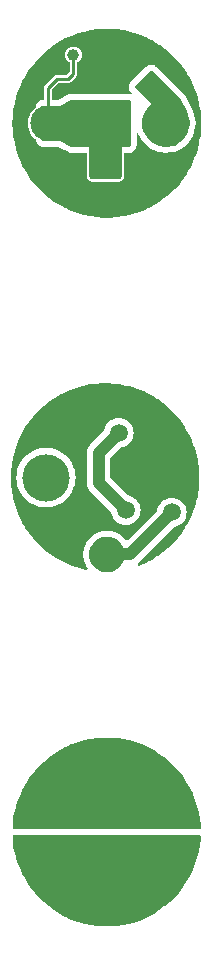
<source format=gbr>
%TF.GenerationSoftware,KiCad,Pcbnew,7.0.9*%
%TF.CreationDate,2024-07-30T16:44:57+08:00*%
%TF.ProjectId,LED,4c45442e-6b69-4636-9164-5f7063625858,rev?*%
%TF.SameCoordinates,Original*%
%TF.FileFunction,Copper,L2,Bot*%
%TF.FilePolarity,Positive*%
%FSLAX46Y46*%
G04 Gerber Fmt 4.6, Leading zero omitted, Abs format (unit mm)*
G04 Created by KiCad (PCBNEW 7.0.9) date 2024-07-30 16:44:57*
%MOMM*%
%LPD*%
G01*
G04 APERTURE LIST*
G04 Aperture macros list*
%AMRoundRect*
0 Rectangle with rounded corners*
0 $1 Rounding radius*
0 $2 $3 $4 $5 $6 $7 $8 $9 X,Y pos of 4 corners*
0 Add a 4 corners polygon primitive as box body*
4,1,4,$2,$3,$4,$5,$6,$7,$8,$9,$2,$3,0*
0 Add four circle primitives for the rounded corners*
1,1,$1+$1,$2,$3*
1,1,$1+$1,$4,$5*
1,1,$1+$1,$6,$7*
1,1,$1+$1,$8,$9*
0 Add four rect primitives between the rounded corners*
20,1,$1+$1,$2,$3,$4,$5,0*
20,1,$1+$1,$4,$5,$6,$7,0*
20,1,$1+$1,$6,$7,$8,$9,0*
20,1,$1+$1,$8,$9,$2,$3,0*%
G04 Aperture macros list end*
%TA.AperFunction,ComponentPad*%
%ADD10C,3.000000*%
%TD*%
%TA.AperFunction,ComponentPad*%
%ADD11C,4.000000*%
%TD*%
%TA.AperFunction,SMDPad,CuDef*%
%ADD12RoundRect,0.225000X-0.250000X0.225000X-0.250000X-0.225000X0.250000X-0.225000X0.250000X0.225000X0*%
%TD*%
%TA.AperFunction,SMDPad,CuDef*%
%ADD13RoundRect,0.250000X0.689429X0.229810X0.229810X0.689429X-0.689429X-0.229810X-0.229810X-0.689429X0*%
%TD*%
%TA.AperFunction,ViaPad*%
%ADD14C,0.800000*%
%TD*%
%TA.AperFunction,ViaPad*%
%ADD15C,1.000000*%
%TD*%
%TA.AperFunction,ViaPad*%
%ADD16C,1.500000*%
%TD*%
%TA.AperFunction,Conductor*%
%ADD17C,1.000000*%
%TD*%
%TA.AperFunction,Conductor*%
%ADD18C,0.250000*%
%TD*%
G04 APERTURE END LIST*
D10*
%TO.P,REF\u002A\u002A,2*%
%TO.N,Net-(LM3401-FB)*%
X114836200Y-120000000D03*
%TD*%
%TO.P,REF\u002A\u002A,1*%
%TO.N,+BATT*%
X105000000Y-90000000D03*
%TD*%
D11*
%TO.P,REF\u002A\u002A,2*%
%TO.N,Net-(LM3401-FB)*%
X115000000Y-90000000D03*
%TD*%
%TO.P,REF\u002A\u002A,1*%
%TO.N,+BATT*%
X104836228Y-119995127D03*
%TD*%
D12*
%TO.P,C1,1*%
%TO.N,+BATT*%
X109825384Y-94272475D03*
%TO.P,C1,2*%
%TO.N,-BATT*%
X109825384Y-95822475D03*
%TD*%
D13*
%TO.P,C2,1*%
%TO.N,Net-(LM3401-FB)*%
X113585966Y-86767983D03*
%TO.P,C2,2*%
%TO.N,-BATT*%
X111500000Y-84682017D03*
%TD*%
D14*
%TO.N,Net-(LM3401-FB)*%
X110000000Y-154250000D03*
X113750000Y-151500000D03*
X106000000Y-154250000D03*
X106000000Y-151500000D03*
X113750000Y-154250000D03*
D15*
%TO.N,-BATT*%
X113750000Y-95000000D03*
X104750000Y-93250000D03*
X115000000Y-93250000D03*
X105000000Y-85500000D03*
X106250000Y-95000000D03*
D14*
%TO.N,Net-(D1-K)*%
X113750000Y-145750000D03*
D16*
X115500000Y-122950000D03*
D14*
X110000000Y-145750000D03*
X113750000Y-148750000D03*
X106000000Y-145750000D03*
X106000000Y-148750000D03*
%TO.N,+BATT*%
X109867609Y-89024278D03*
D15*
X107163688Y-84209078D03*
D16*
%TO.N,Net-(D1-A)*%
X111000000Y-116200000D03*
X111600000Y-122750000D03*
%TD*%
D17*
%TO.N,Net-(D1-K)*%
X115500000Y-122950000D02*
X111950000Y-126500000D01*
X111950000Y-126500000D02*
X110100000Y-126500000D01*
D18*
%TO.N,+BATT*%
X106724777Y-86250000D02*
X105750000Y-86250000D01*
X107163688Y-84209078D02*
X107163688Y-85811089D01*
X107163688Y-85811089D02*
X106724777Y-86250000D01*
X104500000Y-89500000D02*
X105000000Y-90000000D01*
X105000000Y-87000000D02*
X105000000Y-90000000D01*
X105750000Y-86250000D02*
X105000000Y-87000000D01*
D17*
%TO.N,Net-(D1-A)*%
X111600000Y-122750000D02*
X109300000Y-120450000D01*
X109300000Y-120450000D02*
X109300000Y-117900000D01*
X109300000Y-117900000D02*
X111000000Y-116200000D01*
%TD*%
%TA.AperFunction,Conductor*%
%TO.N,-BATT*%
G36*
X110253140Y-82005713D02*
G01*
X110293837Y-82006430D01*
X110295091Y-82006485D01*
X110787192Y-82040896D01*
X110811996Y-82043090D01*
X110853037Y-82046722D01*
X110854188Y-82046853D01*
X111337211Y-82114737D01*
X111407970Y-82126073D01*
X111409185Y-82126299D01*
X111881311Y-82226653D01*
X111955977Y-82244092D01*
X111957131Y-82244392D01*
X112416765Y-82376190D01*
X112483826Y-82396937D01*
X112494299Y-82400177D01*
X112495413Y-82400551D01*
X112940916Y-82562702D01*
X113020366Y-82593576D01*
X113021443Y-82594025D01*
X113451141Y-82785338D01*
X113531587Y-82823332D01*
X113532559Y-82823819D01*
X113944912Y-83043072D01*
X114025403Y-83088289D01*
X114026331Y-83088839D01*
X114356710Y-83295283D01*
X114419750Y-83334675D01*
X114499451Y-83387170D01*
X114500301Y-83387758D01*
X114873387Y-83658821D01*
X114921729Y-83695802D01*
X114951318Y-83718438D01*
X114952180Y-83719129D01*
X115183928Y-83913588D01*
X115303518Y-84013936D01*
X115379295Y-84080886D01*
X115707985Y-84398297D01*
X115780402Y-84472004D01*
X116084803Y-84810076D01*
X116153113Y-84890199D01*
X116331883Y-85119015D01*
X116432120Y-85247312D01*
X116495616Y-85333424D01*
X116748141Y-85707806D01*
X116806230Y-85799483D01*
X117031330Y-86189367D01*
X117083449Y-86286104D01*
X117220890Y-86567900D01*
X117280261Y-86689627D01*
X117325914Y-86790881D01*
X117493724Y-87206224D01*
X117532439Y-87311308D01*
X117670618Y-87736581D01*
X117702032Y-87844850D01*
X117810045Y-88278067D01*
X117833875Y-88388894D01*
X117911325Y-88828136D01*
X117927329Y-88940733D01*
X117973916Y-89383966D01*
X117981960Y-89497724D01*
X117999470Y-89999144D01*
X117999470Y-90000855D01*
X117981960Y-90502273D01*
X117973915Y-90616035D01*
X117927330Y-91059263D01*
X117911324Y-91171867D01*
X117833876Y-91611100D01*
X117810044Y-91721938D01*
X117702034Y-92155141D01*
X117670615Y-92263427D01*
X117532441Y-92688683D01*
X117493719Y-92793786D01*
X117325918Y-93209109D01*
X117280255Y-93310384D01*
X117083454Y-93713884D01*
X117031322Y-93810646D01*
X116806237Y-94200504D01*
X116748130Y-94292209D01*
X116495624Y-94666564D01*
X116432107Y-94752704D01*
X116153123Y-95109787D01*
X116084787Y-95189941D01*
X115780413Y-95527983D01*
X115707966Y-95601720D01*
X115379307Y-95919101D01*
X115303486Y-95986090D01*
X114952194Y-96280857D01*
X114951332Y-96281548D01*
X114873355Y-96341203D01*
X114500356Y-96612201D01*
X114499431Y-96612841D01*
X114419721Y-96665343D01*
X114026383Y-96911127D01*
X114025400Y-96911710D01*
X113944879Y-96956945D01*
X113532623Y-97176144D01*
X113531584Y-97176666D01*
X113451081Y-97214688D01*
X113021461Y-97405965D01*
X113020371Y-97406420D01*
X112940868Y-97437315D01*
X112495456Y-97599431D01*
X112494317Y-97599814D01*
X112416716Y-97623823D01*
X111957160Y-97755598D01*
X111955979Y-97755905D01*
X111881236Y-97773362D01*
X111409208Y-97873694D01*
X111407989Y-97873921D01*
X111337156Y-97885270D01*
X110854274Y-97953134D01*
X110853024Y-97953277D01*
X110787119Y-97959108D01*
X110295116Y-97993511D01*
X110293839Y-97993567D01*
X110233830Y-97994627D01*
X109734500Y-97994627D01*
X109733228Y-97994593D01*
X109691949Y-97992405D01*
X109679981Y-97991771D01*
X109175135Y-97956468D01*
X109173825Y-97956341D01*
X109128443Y-97950705D01*
X108619810Y-97879222D01*
X108618498Y-97879000D01*
X108581869Y-97871799D01*
X108071224Y-97763257D01*
X108069907Y-97762939D01*
X108042986Y-97755641D01*
X107532080Y-97609141D01*
X107530769Y-97608725D01*
X107514451Y-97603038D01*
X107005014Y-97417617D01*
X107003723Y-97417105D01*
X106998960Y-97415059D01*
X106494023Y-97190247D01*
X106492502Y-97189505D01*
X106197369Y-97032580D01*
X106001007Y-96928172D01*
X105999525Y-96927317D01*
X105527464Y-96632341D01*
X105526064Y-96631398D01*
X105075710Y-96304196D01*
X105074363Y-96303144D01*
X104647944Y-95945336D01*
X104646685Y-95944203D01*
X104246237Y-95557496D01*
X104245075Y-95556292D01*
X103872601Y-95142617D01*
X103871504Y-95141309D01*
X103579995Y-94768194D01*
X103528789Y-94702654D01*
X103527811Y-94701309D01*
X103216508Y-94239785D01*
X103215629Y-94238380D01*
X102937290Y-93756281D01*
X102936487Y-93754771D01*
X102692468Y-93254459D01*
X102691778Y-93252911D01*
X102483251Y-92736786D01*
X102482666Y-92735178D01*
X102310648Y-92205763D01*
X102310184Y-92204147D01*
X102175516Y-91664027D01*
X102175162Y-91662360D01*
X102078500Y-91114157D01*
X102078262Y-91112464D01*
X102045914Y-90804702D01*
X102020073Y-90558844D01*
X102019956Y-90557176D01*
X102000529Y-90000830D01*
X102000529Y-90000000D01*
X103294732Y-90000000D01*
X103313777Y-90254151D01*
X103313778Y-90254160D01*
X103370492Y-90502638D01*
X103463608Y-90739891D01*
X103591037Y-90960607D01*
X103591040Y-90960611D01*
X103749945Y-91159872D01*
X103749950Y-91159877D01*
X103936783Y-91333232D01*
X103975405Y-91359563D01*
X103995948Y-91390939D01*
X103996521Y-91394810D01*
X104006051Y-91483444D01*
X104006054Y-91483465D01*
X104017257Y-91534960D01*
X104017263Y-91534980D01*
X104051387Y-91637503D01*
X104051389Y-91637507D01*
X104129176Y-91758545D01*
X104174929Y-91811347D01*
X104249542Y-91876000D01*
X104283664Y-91905567D01*
X104414541Y-91965338D01*
X104444084Y-91974012D01*
X104481568Y-91985020D01*
X104481572Y-91985020D01*
X104481580Y-91985023D01*
X104481584Y-91985024D01*
X104624000Y-92005500D01*
X105869101Y-92005500D01*
X105891014Y-92010673D01*
X106747752Y-92439042D01*
X106857677Y-92478886D01*
X106857680Y-92478886D01*
X106857681Y-92478887D01*
X106913117Y-92491974D01*
X106913125Y-92491975D01*
X106913131Y-92491977D01*
X106913133Y-92491977D01*
X106913137Y-92491978D01*
X106962325Y-92497705D01*
X107029272Y-92505500D01*
X108245500Y-92505500D01*
X108280148Y-92519852D01*
X108294500Y-92554500D01*
X108294500Y-94450227D01*
X108294993Y-94460279D01*
X108294993Y-94460280D01*
X108294996Y-94460313D01*
X108296923Y-94479879D01*
X108296924Y-94479883D01*
X108296924Y-94479885D01*
X108298403Y-94489861D01*
X108319381Y-94595333D01*
X108331084Y-94633908D01*
X108338397Y-94651559D01*
X108357381Y-94687074D01*
X108411583Y-94768194D01*
X108437143Y-94799337D01*
X108437149Y-94799344D01*
X108450654Y-94812849D01*
X108450661Y-94812855D01*
X108481804Y-94838415D01*
X108522362Y-94865514D01*
X108562922Y-94892616D01*
X108598453Y-94911607D01*
X108611828Y-94917146D01*
X108616113Y-94918922D01*
X108616115Y-94918922D01*
X108616116Y-94918923D01*
X108654663Y-94930616D01*
X108654671Y-94930617D01*
X108654677Y-94930619D01*
X108708063Y-94941238D01*
X108760109Y-94951591D01*
X108760110Y-94951592D01*
X108770087Y-94953073D01*
X108770086Y-94953072D01*
X108770092Y-94953073D01*
X108789691Y-94955004D01*
X108799775Y-94955500D01*
X108799783Y-94955500D01*
X110950218Y-94955500D01*
X110950226Y-94955500D01*
X110960311Y-94955004D01*
X110960317Y-94955003D01*
X110960325Y-94955003D01*
X110973219Y-94953731D01*
X110979908Y-94953072D01*
X110983541Y-94952533D01*
X110989876Y-94951594D01*
X111095321Y-94930619D01*
X111095321Y-94930618D01*
X111095336Y-94930616D01*
X111133883Y-94918923D01*
X111151546Y-94911607D01*
X111187077Y-94892616D01*
X111268197Y-94838413D01*
X111299337Y-94812856D01*
X111312856Y-94799337D01*
X111338413Y-94768197D01*
X111392616Y-94687077D01*
X111411607Y-94651546D01*
X111418923Y-94633883D01*
X111430616Y-94595336D01*
X111451593Y-94489882D01*
X111452082Y-94486582D01*
X111453073Y-94479911D01*
X111453072Y-94479911D01*
X111453073Y-94479906D01*
X111455004Y-94460305D01*
X111455500Y-94450223D01*
X111455500Y-92554500D01*
X111469852Y-92519852D01*
X111504500Y-92505500D01*
X111876006Y-92505500D01*
X111936256Y-92499021D01*
X111983456Y-92493947D01*
X112034967Y-92482741D01*
X112137504Y-92448613D01*
X112258543Y-92370825D01*
X112311347Y-92325070D01*
X112405567Y-92216336D01*
X112465338Y-92085459D01*
X112484829Y-92019081D01*
X112485020Y-92018431D01*
X112485020Y-92018428D01*
X112485023Y-92018420D01*
X112485024Y-92018416D01*
X112505500Y-91876000D01*
X112505500Y-90804260D01*
X112519852Y-90769612D01*
X112554500Y-90755260D01*
X112589148Y-90769612D01*
X112602036Y-90792374D01*
X112605118Y-90804702D01*
X112605121Y-90804710D01*
X112605121Y-90804711D01*
X112628504Y-90875547D01*
X112628504Y-90875548D01*
X112642473Y-90909272D01*
X112676031Y-90975901D01*
X112966648Y-91460262D01*
X112984179Y-91485797D01*
X113021881Y-91534084D01*
X113021885Y-91534089D01*
X113042402Y-91557287D01*
X113524560Y-92039444D01*
X113603729Y-92104014D01*
X113645358Y-92131464D01*
X113735893Y-92178797D01*
X113735899Y-92178799D01*
X113735904Y-92178802D01*
X114212446Y-92369419D01*
X114212451Y-92369421D01*
X114229350Y-92375146D01*
X114238231Y-92378155D01*
X114238230Y-92378155D01*
X114269885Y-92387012D01*
X114290115Y-92392673D01*
X114290121Y-92392674D01*
X114290127Y-92392676D01*
X114301425Y-92395190D01*
X114316689Y-92398587D01*
X114316691Y-92398587D01*
X114316692Y-92398588D01*
X114616827Y-92448610D01*
X114897969Y-92495467D01*
X114897971Y-92495467D01*
X114897971Y-92495468D01*
X114975194Y-92502311D01*
X114975195Y-92502311D01*
X115013107Y-92502752D01*
X115013108Y-92502751D01*
X115013116Y-92502752D01*
X115062851Y-92499507D01*
X115090488Y-92497705D01*
X115282593Y-92470260D01*
X115743645Y-92404396D01*
X115852576Y-92376183D01*
X115903822Y-92356603D01*
X116003802Y-92304999D01*
X116252952Y-92138898D01*
X116255560Y-92137384D01*
X116408069Y-92061131D01*
X116408069Y-92061130D01*
X116408075Y-92061128D01*
X116408074Y-92061128D01*
X116477574Y-92019081D01*
X116509801Y-91995853D01*
X116509804Y-91995851D01*
X116571671Y-91943213D01*
X116957580Y-91557305D01*
X116957582Y-91557303D01*
X116957582Y-91557304D01*
X116974323Y-91538822D01*
X116974324Y-91538821D01*
X116977489Y-91534960D01*
X117005641Y-91500622D01*
X117020491Y-91480567D01*
X117220724Y-91180216D01*
X117237486Y-91151041D01*
X117237487Y-91151041D01*
X117266739Y-91091233D01*
X117279489Y-91060064D01*
X117279489Y-91060063D01*
X117380820Y-90756067D01*
X117385320Y-90741025D01*
X117391335Y-90718381D01*
X117394899Y-90703058D01*
X117495723Y-90198941D01*
X117497207Y-90188986D01*
X117499403Y-90174266D01*
X117504269Y-90125117D01*
X117505500Y-90100197D01*
X117505500Y-89799783D01*
X117503605Y-89768876D01*
X117496119Y-89708064D01*
X117490461Y-89677612D01*
X117389518Y-89273846D01*
X117385633Y-89259994D01*
X117379259Y-89239526D01*
X117374596Y-89225928D01*
X117222128Y-88819346D01*
X117217149Y-88807057D01*
X117209250Y-88788945D01*
X117203638Y-88776944D01*
X116711132Y-87791932D01*
X116711129Y-87791926D01*
X116711129Y-87791927D01*
X116669080Y-87722424D01*
X116645853Y-87690199D01*
X116645851Y-87690196D01*
X116593213Y-87628329D01*
X114170123Y-85205239D01*
X114170122Y-85205238D01*
X114170119Y-85205235D01*
X114085985Y-85137434D01*
X114085972Y-85137425D01*
X114041632Y-85108928D01*
X113944982Y-85060549D01*
X113804393Y-85029968D01*
X113804395Y-85029968D01*
X113734703Y-85024984D01*
X113734699Y-85024984D01*
X113591192Y-85035247D01*
X113456377Y-85085531D01*
X113395065Y-85119010D01*
X113279872Y-85205242D01*
X112030235Y-86454880D01*
X111962434Y-86539014D01*
X111962425Y-86539027D01*
X111933928Y-86583367D01*
X111885549Y-86680017D01*
X111854968Y-86820605D01*
X111849984Y-86890297D01*
X111849984Y-86890300D01*
X111860247Y-87033807D01*
X111910531Y-87168622D01*
X111944010Y-87229934D01*
X111944012Y-87229937D01*
X111944015Y-87229942D01*
X112030239Y-87345123D01*
X112030242Y-87345127D01*
X112140636Y-87455521D01*
X112154988Y-87490169D01*
X112140636Y-87524817D01*
X112105988Y-87539169D01*
X112087177Y-87535076D01*
X112087104Y-87535275D01*
X112085724Y-87534760D01*
X112085634Y-87534741D01*
X112085465Y-87534664D01*
X112085466Y-87534664D01*
X112018431Y-87514979D01*
X112018419Y-87514976D01*
X112018416Y-87514976D01*
X112018410Y-87514975D01*
X112018404Y-87514974D01*
X111876004Y-87494500D01*
X111876000Y-87494500D01*
X107029272Y-87494500D01*
X107010202Y-87496720D01*
X106913147Y-87508019D01*
X106913122Y-87508024D01*
X106857690Y-87521109D01*
X106857687Y-87521110D01*
X106747755Y-87560955D01*
X106747750Y-87560957D01*
X105891012Y-87989327D01*
X105869099Y-87994500D01*
X105374500Y-87994500D01*
X105339852Y-87980148D01*
X105325500Y-87945500D01*
X105325500Y-87155122D01*
X105339852Y-87120474D01*
X105870475Y-86589852D01*
X105905123Y-86575500D01*
X106709487Y-86575500D01*
X106711623Y-86575593D01*
X106719677Y-86576297D01*
X106753584Y-86579264D01*
X106794272Y-86568361D01*
X106796351Y-86567900D01*
X106837822Y-86560588D01*
X106844831Y-86556540D01*
X106856648Y-86551646D01*
X106864461Y-86549554D01*
X106898967Y-86525391D01*
X106900742Y-86524260D01*
X106937232Y-86503194D01*
X106964309Y-86470923D01*
X106965742Y-86469359D01*
X107383050Y-86052051D01*
X107384600Y-86050630D01*
X107416882Y-86023544D01*
X107437948Y-85987054D01*
X107439079Y-85985279D01*
X107463242Y-85950773D01*
X107465334Y-85942960D01*
X107470228Y-85931143D01*
X107474276Y-85924134D01*
X107481588Y-85882662D01*
X107482051Y-85880575D01*
X107492951Y-85839898D01*
X107492952Y-85839896D01*
X107489281Y-85797935D01*
X107489188Y-85795799D01*
X107489188Y-84858981D01*
X107503540Y-84824333D01*
X107515417Y-84815594D01*
X107564538Y-84789813D01*
X107564537Y-84789813D01*
X107564540Y-84789812D01*
X107691871Y-84677007D01*
X107788506Y-84537008D01*
X107848828Y-84377950D01*
X107869333Y-84209078D01*
X107848828Y-84040206D01*
X107788506Y-83881148D01*
X107691871Y-83741149D01*
X107564540Y-83628344D01*
X107564532Y-83628340D01*
X107564531Y-83628339D01*
X107413912Y-83549287D01*
X107248744Y-83508578D01*
X107078632Y-83508578D01*
X106913463Y-83549287D01*
X106762844Y-83628339D01*
X106762839Y-83628342D01*
X106762836Y-83628344D01*
X106762834Y-83628346D01*
X106635504Y-83741149D01*
X106538870Y-83881146D01*
X106538869Y-83881148D01*
X106488514Y-84013928D01*
X106478548Y-84040206D01*
X106458043Y-84209078D01*
X106478548Y-84377950D01*
X106478549Y-84377952D01*
X106538869Y-84537007D01*
X106538870Y-84537009D01*
X106635504Y-84677006D01*
X106762837Y-84789813D01*
X106811959Y-84815594D01*
X106835969Y-84844403D01*
X106838188Y-84858981D01*
X106838188Y-85655967D01*
X106823836Y-85690615D01*
X106604303Y-85910148D01*
X106569655Y-85924500D01*
X105765282Y-85924500D01*
X105763146Y-85924407D01*
X105734893Y-85921935D01*
X105721193Y-85920737D01*
X105721192Y-85920737D01*
X105721191Y-85920737D01*
X105680505Y-85931638D01*
X105678430Y-85932098D01*
X105636955Y-85939412D01*
X105636950Y-85939414D01*
X105629945Y-85943458D01*
X105618132Y-85948351D01*
X105610317Y-85950444D01*
X105610317Y-85950445D01*
X105575823Y-85974597D01*
X105574020Y-85975745D01*
X105537545Y-85996805D01*
X105510472Y-86029068D01*
X105509028Y-86030644D01*
X104780648Y-86759025D01*
X104779072Y-86760469D01*
X104746806Y-86787544D01*
X104725743Y-86824024D01*
X104724595Y-86825826D01*
X104700445Y-86860317D01*
X104700444Y-86860317D01*
X104698351Y-86868132D01*
X104693458Y-86879945D01*
X104689414Y-86886950D01*
X104689410Y-86886960D01*
X104682102Y-86928410D01*
X104681639Y-86930497D01*
X104670736Y-86971191D01*
X104670736Y-86971192D01*
X104674407Y-87013152D01*
X104674500Y-87015288D01*
X104674500Y-87945500D01*
X104660148Y-87980148D01*
X104625500Y-87994500D01*
X104623994Y-87994500D01*
X104516557Y-88006051D01*
X104516534Y-88006054D01*
X104465039Y-88017257D01*
X104465019Y-88017263D01*
X104362496Y-88051387D01*
X104362492Y-88051389D01*
X104241454Y-88129176D01*
X104188652Y-88174929D01*
X104094433Y-88283663D01*
X104094431Y-88283666D01*
X104034662Y-88414539D01*
X104014979Y-88481568D01*
X104014974Y-88481595D01*
X103997026Y-88606429D01*
X103977890Y-88638682D01*
X103976128Y-88639941D01*
X103936792Y-88666760D01*
X103936781Y-88666769D01*
X103749950Y-88840122D01*
X103749945Y-88840127D01*
X103591040Y-89039388D01*
X103591037Y-89039392D01*
X103463608Y-89260108D01*
X103370492Y-89497361D01*
X103313778Y-89745839D01*
X103313777Y-89745848D01*
X103294732Y-90000000D01*
X102000529Y-90000000D01*
X102000529Y-89999169D01*
X102019956Y-89442821D01*
X102020072Y-89441157D01*
X102078262Y-88887535D01*
X102078500Y-88885842D01*
X102175162Y-88337639D01*
X102175518Y-88335966D01*
X102188558Y-88283666D01*
X102310185Y-87795845D01*
X102310648Y-87794236D01*
X102482666Y-87264821D01*
X102483251Y-87263213D01*
X102496693Y-87229942D01*
X102691782Y-86747077D01*
X102692462Y-86745553D01*
X102936491Y-86245219D01*
X102937283Y-86243730D01*
X103215637Y-85761606D01*
X103216500Y-85760227D01*
X103527820Y-85298677D01*
X103528779Y-85297358D01*
X103871508Y-84858684D01*
X103872589Y-84857396D01*
X104245089Y-84443693D01*
X104246223Y-84442517D01*
X104646700Y-84055781D01*
X104647923Y-84054681D01*
X105074379Y-83696842D01*
X105075691Y-83695817D01*
X105526083Y-83368587D01*
X105527441Y-83367673D01*
X105999546Y-83072669D01*
X106000996Y-83071833D01*
X106492513Y-82810488D01*
X106494014Y-82809756D01*
X106999115Y-82584871D01*
X107003728Y-82582889D01*
X107004962Y-82582400D01*
X107514550Y-82396925D01*
X107530814Y-82391258D01*
X107532028Y-82390873D01*
X108043082Y-82244330D01*
X108043978Y-82244088D01*
X108069910Y-82237057D01*
X108071174Y-82236752D01*
X108581967Y-82128180D01*
X108618492Y-82120999D01*
X108619770Y-82120783D01*
X109128520Y-82049283D01*
X109142404Y-82047559D01*
X109173844Y-82043655D01*
X109175102Y-82043533D01*
X109680075Y-82008222D01*
X109733224Y-82005406D01*
X109734497Y-82005373D01*
X110233847Y-82005373D01*
X110253140Y-82005713D01*
G37*
%TD.AperFunction*%
%TD*%
%TA.AperFunction,Conductor*%
%TO.N,Net-(LM3401-FB)*%
G36*
X117879711Y-150275185D02*
G01*
X117925466Y-150327989D01*
X117936596Y-150383828D01*
X117930588Y-150555877D01*
X117930286Y-150560195D01*
X117872369Y-151111237D01*
X117871767Y-151115524D01*
X117775558Y-151661154D01*
X117774658Y-151665388D01*
X117640616Y-152203001D01*
X117639423Y-152207162D01*
X117468210Y-152734099D01*
X117466730Y-152738166D01*
X117259172Y-153251891D01*
X117257411Y-153255846D01*
X117014532Y-153753822D01*
X117012499Y-153757645D01*
X116735471Y-154237472D01*
X116733177Y-154241144D01*
X116423341Y-154700493D01*
X116420797Y-154703995D01*
X116079691Y-155140592D01*
X116076908Y-155143908D01*
X115833088Y-155414697D01*
X115706161Y-155555663D01*
X115703163Y-155558769D01*
X115304607Y-155943650D01*
X115301390Y-155946546D01*
X114876941Y-156302701D01*
X114873529Y-156305366D01*
X114425298Y-156631025D01*
X114421709Y-156633446D01*
X113951838Y-156927053D01*
X113948090Y-156929217D01*
X113458880Y-157189335D01*
X113454990Y-157191232D01*
X112948828Y-157416591D01*
X112944814Y-157418213D01*
X112424166Y-157607713D01*
X112420063Y-157609046D01*
X112184579Y-157676570D01*
X111887458Y-157761768D01*
X111883258Y-157762815D01*
X111341303Y-157878011D01*
X111337040Y-157878763D01*
X110788377Y-157955872D01*
X110784072Y-157956325D01*
X110277150Y-157991773D01*
X110238494Y-157994476D01*
X110234548Y-157994613D01*
X110233799Y-157994627D01*
X109735496Y-157994627D01*
X109732215Y-157994540D01*
X109726230Y-157994222D01*
X109680013Y-157991773D01*
X109176161Y-157956540D01*
X109172845Y-157956218D01*
X109128453Y-157950706D01*
X108620829Y-157879365D01*
X108617496Y-157878804D01*
X108581898Y-157871805D01*
X108292097Y-157810206D01*
X108072229Y-157763471D01*
X108068901Y-157762667D01*
X108043030Y-157755653D01*
X107661173Y-157646158D01*
X107533073Y-157609426D01*
X107529774Y-157608379D01*
X107526707Y-157607310D01*
X107514436Y-157603033D01*
X107006020Y-157417983D01*
X107002767Y-157416694D01*
X106999696Y-157415376D01*
X106998990Y-157415072D01*
X106495223Y-157190781D01*
X106491339Y-157188887D01*
X106002157Y-156928784D01*
X105998416Y-156926624D01*
X105528563Y-156633027D01*
X105524980Y-156630610D01*
X105077320Y-156305366D01*
X105076762Y-156304960D01*
X105073375Y-156302315D01*
X104648945Y-155946175D01*
X104645744Y-155943294D01*
X104247190Y-155558416D01*
X104244210Y-155555331D01*
X103873462Y-155143573D01*
X103870702Y-155140283D01*
X103529602Y-154703694D01*
X103527063Y-154700199D01*
X103217246Y-154240879D01*
X103214952Y-154237207D01*
X102937942Y-153757409D01*
X102935909Y-153753587D01*
X102693039Y-153255630D01*
X102691284Y-153251688D01*
X102483739Y-152737995D01*
X102482259Y-152733928D01*
X102311057Y-152207024D01*
X102309864Y-152202863D01*
X102175830Y-151665284D01*
X102174933Y-151661068D01*
X102078726Y-151115445D01*
X102078126Y-151111168D01*
X102020211Y-150560159D01*
X102019911Y-150555869D01*
X102013903Y-150383826D01*
X102031236Y-150316142D01*
X102082411Y-150268572D01*
X102137827Y-150255500D01*
X117812672Y-150255500D01*
X117879711Y-150275185D01*
G37*
%TD.AperFunction*%
%TD*%
%TA.AperFunction,Conductor*%
%TO.N,Net-(LM3401-FB)*%
G36*
X110097111Y-112000976D02*
G01*
X110129108Y-112001541D01*
X110132277Y-112001679D01*
X110623437Y-112036025D01*
X110688267Y-112041761D01*
X110691419Y-112042121D01*
X111173478Y-112109870D01*
X111243302Y-112121056D01*
X111246320Y-112121619D01*
X111717546Y-112221781D01*
X111791326Y-112239014D01*
X111794218Y-112239765D01*
X112252962Y-112371308D01*
X112329682Y-112395043D01*
X112332510Y-112395995D01*
X112635418Y-112506244D01*
X112777132Y-112557825D01*
X112798552Y-112566148D01*
X112855774Y-112588384D01*
X112858484Y-112589513D01*
X113287346Y-112780455D01*
X113367032Y-112818090D01*
X113369576Y-112819366D01*
X113759278Y-113026575D01*
X113781119Y-113038188D01*
X113860867Y-113082987D01*
X113863325Y-113084445D01*
X114255995Y-113329812D01*
X114303998Y-113361430D01*
X114334929Y-113381803D01*
X114337269Y-113383422D01*
X114709608Y-113653943D01*
X114731652Y-113670806D01*
X114786913Y-113713080D01*
X114789055Y-113714798D01*
X115139742Y-114009060D01*
X115215515Y-114076006D01*
X115544205Y-114393417D01*
X115616634Y-114467135D01*
X115921038Y-114805211D01*
X115989343Y-114885329D01*
X116268344Y-115242435D01*
X116331837Y-115328539D01*
X116584368Y-115702932D01*
X116642460Y-115794614D01*
X116867558Y-116184495D01*
X116919677Y-116281231D01*
X117116498Y-116684773D01*
X117162141Y-116786004D01*
X117329958Y-117201367D01*
X117368662Y-117306420D01*
X117442627Y-117534059D01*
X117506848Y-117731712D01*
X117538256Y-117839962D01*
X117594278Y-118064650D01*
X117646279Y-118273215D01*
X117670102Y-118384011D01*
X117747553Y-118823262D01*
X117763557Y-118935854D01*
X117810145Y-119379106D01*
X117818188Y-119492837D01*
X117835652Y-119992962D01*
X117835652Y-119997290D01*
X117818188Y-120497416D01*
X117810145Y-120611147D01*
X117763557Y-121054399D01*
X117747553Y-121166991D01*
X117670102Y-121606242D01*
X117646279Y-121717038D01*
X117538258Y-122150286D01*
X117506848Y-122258541D01*
X117368664Y-122683828D01*
X117329958Y-122788886D01*
X117162141Y-123204249D01*
X117116498Y-123305480D01*
X116919677Y-123709022D01*
X116867558Y-123805758D01*
X116642460Y-124195639D01*
X116584368Y-124287321D01*
X116331837Y-124661714D01*
X116268344Y-124747818D01*
X115989343Y-125104924D01*
X115921038Y-125185042D01*
X115616634Y-125523118D01*
X115544205Y-125596836D01*
X115215515Y-125914247D01*
X115139742Y-125981193D01*
X114789056Y-126275454D01*
X114786873Y-126277203D01*
X114709609Y-126336310D01*
X114337269Y-126606830D01*
X114334930Y-126608449D01*
X114255982Y-126660449D01*
X113863338Y-126905799D01*
X113860849Y-126907274D01*
X113781120Y-126952065D01*
X113369621Y-127170863D01*
X113366991Y-127172182D01*
X113287343Y-127209800D01*
X112858495Y-127400734D01*
X112855733Y-127401885D01*
X112777130Y-127432429D01*
X112761876Y-127437980D01*
X112692147Y-127442408D01*
X112631093Y-127408435D01*
X112598098Y-127346846D01*
X112603639Y-127277197D01*
X112638700Y-127227371D01*
X112678895Y-127192866D01*
X112699928Y-127165691D01*
X112705098Y-127159821D01*
X115643036Y-124221882D01*
X115704357Y-124188399D01*
X115712874Y-124187106D01*
X115717969Y-124186207D01*
X115717977Y-124186207D01*
X115929330Y-124129575D01*
X116127639Y-124037102D01*
X116306877Y-123911598D01*
X116461598Y-123756877D01*
X116587102Y-123577639D01*
X116679575Y-123379330D01*
X116736207Y-123167977D01*
X116755277Y-122950000D01*
X116736207Y-122732023D01*
X116679575Y-122520670D01*
X116587102Y-122322362D01*
X116587100Y-122322359D01*
X116587099Y-122322357D01*
X116461599Y-122143124D01*
X116429010Y-122110535D01*
X116306877Y-121988402D01*
X116127639Y-121862898D01*
X116127640Y-121862898D01*
X116127638Y-121862897D01*
X116028484Y-121816661D01*
X115929330Y-121770425D01*
X115929326Y-121770424D01*
X115929322Y-121770422D01*
X115717977Y-121713793D01*
X115500002Y-121694723D01*
X115499998Y-121694723D01*
X115354682Y-121707436D01*
X115282023Y-121713793D01*
X115282020Y-121713793D01*
X115070677Y-121770422D01*
X115070668Y-121770426D01*
X114872361Y-121862898D01*
X114872357Y-121862900D01*
X114693121Y-121988402D01*
X114538402Y-122143121D01*
X114412900Y-122322357D01*
X114412898Y-122322361D01*
X114320426Y-122520668D01*
X114320423Y-122520674D01*
X114263793Y-122732019D01*
X114262854Y-122737351D01*
X114261235Y-122737065D01*
X114238503Y-122795165D01*
X114228115Y-122806962D01*
X111761952Y-125273126D01*
X111700629Y-125306611D01*
X111630937Y-125301627D01*
X111576417Y-125261607D01*
X111569240Y-125252385D01*
X111555734Y-125236440D01*
X111387704Y-125053912D01*
X111372921Y-125039128D01*
X111342476Y-125011105D01*
X111326535Y-124997604D01*
X111130775Y-124845237D01*
X111113777Y-124833101D01*
X111079139Y-124810469D01*
X111061176Y-124799764D01*
X110842968Y-124681675D01*
X110824176Y-124672489D01*
X110786287Y-124655872D01*
X110766833Y-124648282D01*
X110532202Y-124567734D01*
X110512182Y-124561773D01*
X110512170Y-124561770D01*
X110472075Y-124551615D01*
X110451612Y-124547324D01*
X110206896Y-124506488D01*
X110186155Y-124503903D01*
X110144918Y-124500486D01*
X110124040Y-124499623D01*
X109875960Y-124499623D01*
X109855082Y-124500486D01*
X109813843Y-124503903D01*
X109793102Y-124506488D01*
X109548392Y-124547324D01*
X109548386Y-124547325D01*
X109527929Y-124551614D01*
X109487828Y-124561770D01*
X109467802Y-124567732D01*
X109233156Y-124648286D01*
X109213693Y-124655880D01*
X109175815Y-124672493D01*
X109166214Y-124677186D01*
X109157032Y-124681675D01*
X108938814Y-124799768D01*
X108920842Y-124810479D01*
X108886209Y-124833110D01*
X108869219Y-124845241D01*
X108673464Y-124997604D01*
X108657523Y-125011105D01*
X108627078Y-125039128D01*
X108612295Y-125053912D01*
X108444266Y-125236439D01*
X108430762Y-125252381D01*
X108414616Y-125273126D01*
X108405350Y-125285031D01*
X108393202Y-125302044D01*
X108257499Y-125509751D01*
X108251121Y-125520454D01*
X108246796Y-125527712D01*
X108233628Y-125552047D01*
X108227110Y-125564093D01*
X108217934Y-125582863D01*
X108118281Y-125810051D01*
X108110686Y-125829516D01*
X108097250Y-125868652D01*
X108091286Y-125888685D01*
X108030381Y-126129192D01*
X108026092Y-126149652D01*
X108019282Y-126190464D01*
X108016698Y-126211196D01*
X107996212Y-126458436D01*
X107995348Y-126479317D01*
X107995348Y-126520682D01*
X107996212Y-126541563D01*
X108016698Y-126788799D01*
X108019281Y-126809528D01*
X108026090Y-126850341D01*
X108028893Y-126863711D01*
X108030381Y-126870806D01*
X108091286Y-127111314D01*
X108097250Y-127131347D01*
X108110686Y-127170483D01*
X108115318Y-127182354D01*
X108118282Y-127189950D01*
X108212865Y-127405578D01*
X108217933Y-127417131D01*
X108227108Y-127435901D01*
X108246802Y-127472293D01*
X108257503Y-127490252D01*
X108346772Y-127626889D01*
X108366959Y-127693777D01*
X108347779Y-127760962D01*
X108295321Y-127807113D01*
X108226239Y-127817576D01*
X108217182Y-127815999D01*
X107942872Y-127757692D01*
X107938672Y-127756645D01*
X107719424Y-127693777D01*
X107406058Y-127603920D01*
X107401969Y-127602591D01*
X106881310Y-127413087D01*
X106877302Y-127411468D01*
X106371140Y-127186109D01*
X106367250Y-127184212D01*
X105878040Y-126924094D01*
X105874292Y-126921930D01*
X105404421Y-126628323D01*
X105400832Y-126625902D01*
X104952601Y-126300243D01*
X104949189Y-126297578D01*
X104524740Y-125941423D01*
X104521523Y-125938527D01*
X104122948Y-125553626D01*
X104119982Y-125550555D01*
X103749222Y-125138785D01*
X103746450Y-125135482D01*
X103405328Y-124698865D01*
X103402789Y-124695370D01*
X103200609Y-124395627D01*
X103092948Y-124236013D01*
X103090659Y-124232349D01*
X103069464Y-124195639D01*
X102844367Y-123805758D01*
X102813631Y-123752522D01*
X102811598Y-123748699D01*
X102568713Y-123250710D01*
X102566958Y-123246768D01*
X102477316Y-123024897D01*
X102359399Y-122733041D01*
X102357920Y-122728976D01*
X102281858Y-122494883D01*
X102186704Y-122202030D01*
X102185514Y-122197878D01*
X102063927Y-121710219D01*
X102051471Y-121660262D01*
X102050575Y-121656049D01*
X101954362Y-121110396D01*
X101953761Y-121106114D01*
X101899663Y-120591404D01*
X101895843Y-120555063D01*
X101895544Y-120550785D01*
X101876206Y-119997024D01*
X101876206Y-119995132D01*
X102330784Y-119995132D01*
X102350538Y-120309131D01*
X102350539Y-120309138D01*
X102350540Y-120309142D01*
X102408150Y-120611147D01*
X102409498Y-120618210D01*
X102506725Y-120917443D01*
X102506727Y-120917448D01*
X102640689Y-121202130D01*
X102640692Y-121202136D01*
X102809279Y-121467788D01*
X102809282Y-121467792D01*
X103009834Y-121710217D01*
X103009836Y-121710219D01*
X103239196Y-121925603D01*
X103239206Y-121925611D01*
X103493732Y-122110535D01*
X103493737Y-122110537D01*
X103493744Y-122110543D01*
X103769462Y-122262121D01*
X103769467Y-122262123D01*
X103769469Y-122262124D01*
X103769470Y-122262125D01*
X104061999Y-122377945D01*
X104062002Y-122377946D01*
X104366751Y-122456192D01*
X104366755Y-122456193D01*
X104432238Y-122464465D01*
X104678898Y-122495626D01*
X104678907Y-122495626D01*
X104678910Y-122495627D01*
X104678912Y-122495627D01*
X104993544Y-122495627D01*
X104993546Y-122495627D01*
X104993549Y-122495626D01*
X104993557Y-122495626D01*
X105179821Y-122472095D01*
X105305701Y-122456193D01*
X105610453Y-122377946D01*
X105610456Y-122377945D01*
X105902985Y-122262125D01*
X105902986Y-122262124D01*
X105902984Y-122262124D01*
X105902994Y-122262121D01*
X106178712Y-122110543D01*
X106433258Y-121925605D01*
X106662618Y-121710221D01*
X106863175Y-121467790D01*
X107031765Y-121202134D01*
X107165731Y-120917442D01*
X107262959Y-120618206D01*
X107321916Y-120309142D01*
X107341672Y-119995127D01*
X107341521Y-119992729D01*
X107321917Y-119681122D01*
X107321916Y-119681115D01*
X107321916Y-119681112D01*
X107262959Y-119372048D01*
X107165731Y-119072812D01*
X107031765Y-118788120D01*
X106863175Y-118522464D01*
X106863173Y-118522461D01*
X106662621Y-118280036D01*
X106662619Y-118280034D01*
X106433259Y-118064650D01*
X106433249Y-118064642D01*
X106241701Y-117925474D01*
X108294662Y-117925474D01*
X108296707Y-117941527D01*
X108299003Y-117959560D01*
X108299500Y-117967388D01*
X108299500Y-120437283D01*
X108297243Y-120526362D01*
X108297243Y-120526370D01*
X108308064Y-120586739D01*
X108308718Y-120591404D01*
X108314925Y-120652430D01*
X108314927Y-120652444D01*
X108325208Y-120685213D01*
X108327079Y-120692837D01*
X108333142Y-120726652D01*
X108333142Y-120726655D01*
X108355894Y-120783612D01*
X108357474Y-120788051D01*
X108375841Y-120846588D01*
X108375844Y-120846595D01*
X108392509Y-120876619D01*
X108395879Y-120883714D01*
X108408622Y-120915614D01*
X108408627Y-120915624D01*
X108442377Y-120966833D01*
X108444818Y-120970863D01*
X108474588Y-121024498D01*
X108474589Y-121024499D01*
X108474591Y-121024502D01*
X108496968Y-121050567D01*
X108501693Y-121056835D01*
X108514263Y-121075906D01*
X108520598Y-121085519D01*
X108563978Y-121128899D01*
X108567169Y-121132343D01*
X108607131Y-121178892D01*
X108607130Y-121178892D01*
X108634299Y-121199923D01*
X108640186Y-121205107D01*
X109491362Y-122056282D01*
X110328114Y-122893035D01*
X110361599Y-122954358D01*
X110362899Y-122962910D01*
X110363792Y-122967974D01*
X110420422Y-123179322D01*
X110420424Y-123179326D01*
X110420425Y-123179330D01*
X110432045Y-123204249D01*
X110512897Y-123377638D01*
X110537998Y-123413486D01*
X110638402Y-123556877D01*
X110793123Y-123711598D01*
X110972361Y-123837102D01*
X111170670Y-123929575D01*
X111382023Y-123986207D01*
X111564926Y-124002208D01*
X111599998Y-124005277D01*
X111600000Y-124005277D01*
X111600002Y-124005277D01*
X111628254Y-124002805D01*
X111817977Y-123986207D01*
X112029330Y-123929575D01*
X112227639Y-123837102D01*
X112406877Y-123711598D01*
X112561598Y-123556877D01*
X112687102Y-123377639D01*
X112779575Y-123179330D01*
X112836207Y-122967977D01*
X112855277Y-122750000D01*
X112854170Y-122737351D01*
X112849488Y-122683828D01*
X112836207Y-122532023D01*
X112779575Y-122320670D01*
X112687102Y-122122362D01*
X112687100Y-122122359D01*
X112687099Y-122122357D01*
X112561599Y-121943124D01*
X112544078Y-121925603D01*
X112406877Y-121788402D01*
X112227639Y-121662898D01*
X112227640Y-121662898D01*
X112227638Y-121662897D01*
X112106140Y-121606242D01*
X112029330Y-121570425D01*
X112029327Y-121570424D01*
X112029325Y-121570423D01*
X111817980Y-121513793D01*
X111812649Y-121512854D01*
X111812934Y-121511234D01*
X111754838Y-121488507D01*
X111743036Y-121478115D01*
X110336819Y-120071898D01*
X110303334Y-120010575D01*
X110300500Y-119984217D01*
X110300500Y-118365781D01*
X110320185Y-118298742D01*
X110336815Y-118278104D01*
X111143036Y-117471882D01*
X111204357Y-117438399D01*
X111212874Y-117437106D01*
X111217969Y-117436207D01*
X111217977Y-117436207D01*
X111429330Y-117379575D01*
X111627639Y-117287102D01*
X111806877Y-117161598D01*
X111961598Y-117006877D01*
X112087102Y-116827639D01*
X112179575Y-116629330D01*
X112236207Y-116417977D01*
X112255277Y-116200000D01*
X112236207Y-115982023D01*
X112179575Y-115770670D01*
X112087102Y-115572362D01*
X112087100Y-115572359D01*
X112087099Y-115572357D01*
X111961599Y-115393124D01*
X111897014Y-115328539D01*
X111806877Y-115238402D01*
X111627639Y-115112898D01*
X111627640Y-115112898D01*
X111627638Y-115112897D01*
X111528484Y-115066661D01*
X111429330Y-115020425D01*
X111429326Y-115020424D01*
X111429322Y-115020422D01*
X111217977Y-114963793D01*
X111000002Y-114944723D01*
X110999998Y-114944723D01*
X110854682Y-114957436D01*
X110782023Y-114963793D01*
X110782020Y-114963793D01*
X110570677Y-115020422D01*
X110570668Y-115020426D01*
X110372361Y-115112898D01*
X110372357Y-115112900D01*
X110193121Y-115238402D01*
X110038402Y-115393121D01*
X109912900Y-115572357D01*
X109912898Y-115572361D01*
X109820426Y-115770668D01*
X109820423Y-115770674D01*
X109763793Y-115982019D01*
X109762854Y-115987351D01*
X109761235Y-115987065D01*
X109738503Y-116045165D01*
X109728115Y-116056962D01*
X108601531Y-117183547D01*
X108536946Y-117244942D01*
X108501899Y-117295294D01*
X108499062Y-117299056D01*
X108460302Y-117346592D01*
X108460299Y-117346597D01*
X108444392Y-117377047D01*
X108440324Y-117383761D01*
X108420702Y-117411954D01*
X108396509Y-117468330D01*
X108394488Y-117472584D01*
X108366091Y-117526951D01*
X108366090Y-117526952D01*
X108356640Y-117559975D01*
X108354007Y-117567371D01*
X108340459Y-117598943D01*
X108328113Y-117659019D01*
X108326990Y-117663595D01*
X108310113Y-117722577D01*
X108310113Y-117722579D01*
X108307503Y-117756841D01*
X108306414Y-117764608D01*
X108301664Y-117787730D01*
X108299500Y-117798258D01*
X108299500Y-117859597D01*
X108299321Y-117864306D01*
X108294662Y-117925474D01*
X106241701Y-117925474D01*
X106178723Y-117879718D01*
X106178716Y-117879713D01*
X106178712Y-117879711D01*
X105902994Y-117728133D01*
X105902991Y-117728131D01*
X105902986Y-117728129D01*
X105902985Y-117728128D01*
X105610456Y-117612308D01*
X105610453Y-117612307D01*
X105305704Y-117534061D01*
X105305691Y-117534059D01*
X104993557Y-117494627D01*
X104993546Y-117494627D01*
X104678910Y-117494627D01*
X104678898Y-117494627D01*
X104366764Y-117534059D01*
X104366751Y-117534061D01*
X104062002Y-117612307D01*
X104061999Y-117612308D01*
X103769470Y-117728128D01*
X103769469Y-117728129D01*
X103493744Y-117879711D01*
X103493732Y-117879718D01*
X103239206Y-118064642D01*
X103239196Y-118064650D01*
X103009836Y-118280034D01*
X103009834Y-118280036D01*
X102809282Y-118522461D01*
X102809279Y-118522465D01*
X102640692Y-118788117D01*
X102640689Y-118788123D01*
X102506727Y-119072805D01*
X102506725Y-119072810D01*
X102409498Y-119372043D01*
X102350539Y-119681115D01*
X102350538Y-119681122D01*
X102330784Y-119995121D01*
X102330784Y-119995132D01*
X101876206Y-119995132D01*
X101876206Y-119992729D01*
X101895544Y-119438966D01*
X101895844Y-119434680D01*
X101902428Y-119372043D01*
X101933878Y-119072810D01*
X101953761Y-118883639D01*
X101954363Y-118879352D01*
X102050576Y-118333698D01*
X102051472Y-118329488D01*
X102063803Y-118280034D01*
X102185515Y-117791870D01*
X102186702Y-117787730D01*
X102357923Y-117260768D01*
X102359400Y-117256710D01*
X102397830Y-117161593D01*
X102566963Y-116742971D01*
X102568708Y-116739054D01*
X102811609Y-116241033D01*
X102813631Y-116237231D01*
X103090672Y-115757382D01*
X103092939Y-115753752D01*
X103402789Y-115294383D01*
X103405318Y-115290901D01*
X103746461Y-114854256D01*
X103749210Y-114850981D01*
X104119996Y-114439183D01*
X104122933Y-114436141D01*
X104521544Y-114051207D01*
X104524740Y-114048330D01*
X104803146Y-113814720D01*
X104949197Y-113692168D01*
X104952585Y-113689521D01*
X105400847Y-113363840D01*
X105404408Y-113361438D01*
X105874294Y-113067821D01*
X105878040Y-113065659D01*
X105929705Y-113038188D01*
X106367264Y-112805534D01*
X106371132Y-112803647D01*
X106877320Y-112578277D01*
X106881285Y-112576675D01*
X107401995Y-112387152D01*
X107406032Y-112385840D01*
X107938687Y-112233104D01*
X107942865Y-112232062D01*
X108484838Y-112116863D01*
X108489071Y-112116116D01*
X109037757Y-112039003D01*
X109042049Y-112038551D01*
X109584050Y-112000650D01*
X109588377Y-112000500D01*
X110070065Y-112000500D01*
X110097111Y-112000976D01*
G37*
%TD.AperFunction*%
%TD*%
%TA.AperFunction,Conductor*%
%TO.N,+BATT*%
G36*
X111250000Y-92300000D02*
G01*
X111250000Y-92300003D01*
X111250000Y-94445176D01*
X111249058Y-94454736D01*
X111229065Y-94555244D01*
X111221749Y-94572907D01*
X111167546Y-94654027D01*
X111154027Y-94667546D01*
X111072907Y-94721749D01*
X111055244Y-94729065D01*
X110978331Y-94744364D01*
X110954734Y-94749058D01*
X110945177Y-94750000D01*
X108804823Y-94750000D01*
X108795265Y-94749058D01*
X108766036Y-94743244D01*
X108694755Y-94729065D01*
X108677092Y-94721749D01*
X108595972Y-94667546D01*
X108582453Y-94654027D01*
X108528250Y-94572907D01*
X108520934Y-94555247D01*
X108500940Y-94454726D01*
X108500000Y-94445176D01*
X108500000Y-92300003D01*
X108500000Y-92300000D01*
X108500000Y-91000000D01*
X111250000Y-91000000D01*
X111250000Y-92300000D01*
G37*
%TD.AperFunction*%
%TD*%
%TA.AperFunction,Conductor*%
%TO.N,Net-(LM3401-FB)*%
G36*
X110092927Y-112000903D02*
G01*
X110122222Y-112001420D01*
X110358069Y-112040777D01*
X110592384Y-112121217D01*
X110810263Y-112239127D01*
X111005763Y-112391291D01*
X111173552Y-112573558D01*
X111309052Y-112780956D01*
X111408567Y-113007828D01*
X111469383Y-113247985D01*
X111489841Y-113494877D01*
X111469383Y-113741769D01*
X111408567Y-113981926D01*
X111309052Y-114208798D01*
X111173552Y-114416196D01*
X111005763Y-114598463D01*
X110810263Y-114750627D01*
X110592384Y-114868537D01*
X110358069Y-114948977D01*
X110113710Y-114989754D01*
X109865972Y-114989754D01*
X109621613Y-114948977D01*
X109387298Y-114868537D01*
X109169419Y-114750627D01*
X108973919Y-114598463D01*
X108806130Y-114416196D01*
X108670630Y-114208798D01*
X108571115Y-113981926D01*
X108510299Y-113741769D01*
X108489841Y-113494877D01*
X108510299Y-113247985D01*
X108571115Y-113007828D01*
X108670630Y-112780956D01*
X108806130Y-112573558D01*
X108973919Y-112391291D01*
X109169419Y-112239127D01*
X109387298Y-112121217D01*
X109621613Y-112040777D01*
X109862976Y-112000500D01*
X110070065Y-112000500D01*
X110092927Y-112000903D01*
G37*
%TD.AperFunction*%
%TD*%
%TA.AperFunction,Conductor*%
%TO.N,-BATT*%
G36*
X110253140Y-82005713D02*
G01*
X110293837Y-82006430D01*
X110295091Y-82006485D01*
X110787192Y-82040896D01*
X110811996Y-82043090D01*
X110853037Y-82046722D01*
X110854188Y-82046853D01*
X111337211Y-82114737D01*
X111407970Y-82126073D01*
X111409185Y-82126299D01*
X111881311Y-82226653D01*
X111955977Y-82244092D01*
X111957131Y-82244392D01*
X112416765Y-82376190D01*
X112483826Y-82396937D01*
X112494299Y-82400177D01*
X112495413Y-82400551D01*
X112940916Y-82562702D01*
X113020366Y-82593576D01*
X113021443Y-82594025D01*
X113451141Y-82785338D01*
X113531587Y-82823332D01*
X113532559Y-82823819D01*
X113944912Y-83043072D01*
X114025403Y-83088289D01*
X114026331Y-83088839D01*
X114356710Y-83295283D01*
X114419750Y-83334675D01*
X114499451Y-83387170D01*
X114500301Y-83387758D01*
X114873387Y-83658821D01*
X114921729Y-83695802D01*
X114951318Y-83718438D01*
X114952180Y-83719129D01*
X115183928Y-83913588D01*
X115303518Y-84013936D01*
X115379295Y-84080886D01*
X115707985Y-84398297D01*
X115780402Y-84472004D01*
X116084803Y-84810076D01*
X116153113Y-84890199D01*
X116331883Y-85119015D01*
X116432120Y-85247312D01*
X116495616Y-85333424D01*
X116748141Y-85707806D01*
X116806230Y-85799483D01*
X117031330Y-86189367D01*
X117083449Y-86286104D01*
X117220890Y-86567900D01*
X117280261Y-86689627D01*
X117325914Y-86790881D01*
X117493724Y-87206224D01*
X117532439Y-87311308D01*
X117670618Y-87736581D01*
X117702032Y-87844850D01*
X117810045Y-88278067D01*
X117833875Y-88388894D01*
X117911325Y-88828136D01*
X117927329Y-88940733D01*
X117973916Y-89383966D01*
X117981960Y-89497724D01*
X117999470Y-89999144D01*
X117999470Y-90000855D01*
X117981960Y-90502273D01*
X117973915Y-90616035D01*
X117927330Y-91059263D01*
X117911324Y-91171867D01*
X117833876Y-91611100D01*
X117810044Y-91721938D01*
X117702034Y-92155141D01*
X117670615Y-92263427D01*
X117532441Y-92688683D01*
X117493719Y-92793786D01*
X117325918Y-93209109D01*
X117280255Y-93310384D01*
X117083454Y-93713884D01*
X117031322Y-93810646D01*
X116806237Y-94200504D01*
X116748130Y-94292209D01*
X116495624Y-94666564D01*
X116432107Y-94752704D01*
X116153123Y-95109787D01*
X116084787Y-95189941D01*
X115780413Y-95527983D01*
X115707966Y-95601720D01*
X115379307Y-95919101D01*
X115303486Y-95986090D01*
X114952194Y-96280857D01*
X114951332Y-96281548D01*
X114873355Y-96341203D01*
X114500356Y-96612201D01*
X114499431Y-96612841D01*
X114419721Y-96665343D01*
X114026383Y-96911127D01*
X114025400Y-96911710D01*
X113944879Y-96956945D01*
X113532623Y-97176144D01*
X113531584Y-97176666D01*
X113451081Y-97214688D01*
X113021461Y-97405965D01*
X113020371Y-97406420D01*
X112940868Y-97437315D01*
X112495456Y-97599431D01*
X112494317Y-97599814D01*
X112416716Y-97623823D01*
X111957160Y-97755598D01*
X111955979Y-97755905D01*
X111881236Y-97773362D01*
X111409208Y-97873694D01*
X111407989Y-97873921D01*
X111337156Y-97885270D01*
X110854274Y-97953134D01*
X110853024Y-97953277D01*
X110787119Y-97959108D01*
X110295116Y-97993511D01*
X110293839Y-97993567D01*
X110233830Y-97994627D01*
X109734500Y-97994627D01*
X109733228Y-97994593D01*
X109691949Y-97992405D01*
X109679981Y-97991771D01*
X109175135Y-97956468D01*
X109173825Y-97956341D01*
X109128443Y-97950705D01*
X108619810Y-97879222D01*
X108618498Y-97879000D01*
X108581869Y-97871799D01*
X108071224Y-97763257D01*
X108069907Y-97762939D01*
X108042986Y-97755641D01*
X107532080Y-97609141D01*
X107530769Y-97608725D01*
X107514451Y-97603038D01*
X107005014Y-97417617D01*
X107003723Y-97417105D01*
X106998960Y-97415059D01*
X106494023Y-97190247D01*
X106492502Y-97189505D01*
X106197369Y-97032580D01*
X106001007Y-96928172D01*
X105999525Y-96927317D01*
X105527464Y-96632341D01*
X105526064Y-96631398D01*
X105075710Y-96304196D01*
X105074363Y-96303144D01*
X104647944Y-95945336D01*
X104646685Y-95944203D01*
X104246237Y-95557496D01*
X104245075Y-95556292D01*
X103872601Y-95142617D01*
X103871504Y-95141309D01*
X103579995Y-94768194D01*
X103528789Y-94702654D01*
X103527811Y-94701309D01*
X103216508Y-94239785D01*
X103215629Y-94238380D01*
X102937290Y-93756281D01*
X102936487Y-93754771D01*
X102692468Y-93254459D01*
X102691778Y-93252911D01*
X102483251Y-92736786D01*
X102482666Y-92735178D01*
X102310648Y-92205763D01*
X102310184Y-92204147D01*
X102175516Y-91664027D01*
X102175162Y-91662360D01*
X102078500Y-91114157D01*
X102078262Y-91112464D01*
X102045914Y-90804702D01*
X102020073Y-90558844D01*
X102019956Y-90557176D01*
X102000529Y-90000830D01*
X102000529Y-90000000D01*
X103294732Y-90000000D01*
X103313777Y-90254151D01*
X103313778Y-90254160D01*
X103370492Y-90502638D01*
X103463608Y-90739891D01*
X103591037Y-90960607D01*
X103591040Y-90960611D01*
X103749945Y-91159872D01*
X103749950Y-91159877D01*
X103936783Y-91333232D01*
X103975405Y-91359563D01*
X103995948Y-91390939D01*
X103996521Y-91394810D01*
X104006051Y-91483444D01*
X104006054Y-91483465D01*
X104017257Y-91534960D01*
X104017263Y-91534980D01*
X104051387Y-91637503D01*
X104051389Y-91637507D01*
X104129176Y-91758545D01*
X104174929Y-91811347D01*
X104249542Y-91876000D01*
X104283664Y-91905567D01*
X104414541Y-91965338D01*
X104444084Y-91974012D01*
X104481568Y-91985020D01*
X104481572Y-91985020D01*
X104481580Y-91985023D01*
X104481584Y-91985024D01*
X104624000Y-92005500D01*
X105869101Y-92005500D01*
X105891014Y-92010673D01*
X106747752Y-92439042D01*
X106857677Y-92478886D01*
X106857680Y-92478886D01*
X106857681Y-92478887D01*
X106913117Y-92491974D01*
X106913125Y-92491975D01*
X106913131Y-92491977D01*
X106913133Y-92491977D01*
X106913137Y-92491978D01*
X106962325Y-92497705D01*
X107029272Y-92505500D01*
X108245500Y-92505500D01*
X108280148Y-92519852D01*
X108294500Y-92554500D01*
X108294500Y-94450227D01*
X108294993Y-94460279D01*
X108294993Y-94460280D01*
X108294996Y-94460313D01*
X108296923Y-94479879D01*
X108296924Y-94479883D01*
X108296924Y-94479885D01*
X108298403Y-94489861D01*
X108319381Y-94595333D01*
X108331084Y-94633908D01*
X108338397Y-94651559D01*
X108357381Y-94687074D01*
X108411583Y-94768194D01*
X108437143Y-94799337D01*
X108437149Y-94799344D01*
X108450654Y-94812849D01*
X108450661Y-94812855D01*
X108481804Y-94838415D01*
X108522362Y-94865514D01*
X108562922Y-94892616D01*
X108598453Y-94911607D01*
X108611828Y-94917146D01*
X108616113Y-94918922D01*
X108616115Y-94918922D01*
X108616116Y-94918923D01*
X108654663Y-94930616D01*
X108654671Y-94930617D01*
X108654677Y-94930619D01*
X108708063Y-94941238D01*
X108760109Y-94951591D01*
X108760110Y-94951592D01*
X108770087Y-94953073D01*
X108770086Y-94953072D01*
X108770092Y-94953073D01*
X108789691Y-94955004D01*
X108799775Y-94955500D01*
X108799783Y-94955500D01*
X110950218Y-94955500D01*
X110950226Y-94955500D01*
X110960311Y-94955004D01*
X110960317Y-94955003D01*
X110960325Y-94955003D01*
X110973219Y-94953731D01*
X110979908Y-94953072D01*
X110983541Y-94952533D01*
X110989876Y-94951594D01*
X111095321Y-94930619D01*
X111095321Y-94930618D01*
X111095336Y-94930616D01*
X111133883Y-94918923D01*
X111151546Y-94911607D01*
X111187077Y-94892616D01*
X111268197Y-94838413D01*
X111299337Y-94812856D01*
X111312856Y-94799337D01*
X111338413Y-94768197D01*
X111392616Y-94687077D01*
X111411607Y-94651546D01*
X111418923Y-94633883D01*
X111430616Y-94595336D01*
X111451593Y-94489882D01*
X111452082Y-94486582D01*
X111453073Y-94479911D01*
X111453072Y-94479911D01*
X111453073Y-94479906D01*
X111455004Y-94460305D01*
X111455500Y-94450223D01*
X111455500Y-92554500D01*
X111469852Y-92519852D01*
X111504500Y-92505500D01*
X111876006Y-92505500D01*
X111936256Y-92499021D01*
X111983456Y-92493947D01*
X112034967Y-92482741D01*
X112137504Y-92448613D01*
X112258543Y-92370825D01*
X112311347Y-92325070D01*
X112405567Y-92216336D01*
X112465338Y-92085459D01*
X112484829Y-92019081D01*
X112485020Y-92018431D01*
X112485020Y-92018428D01*
X112485023Y-92018420D01*
X112485024Y-92018416D01*
X112505500Y-91876000D01*
X112505500Y-90804260D01*
X112519852Y-90769612D01*
X112554500Y-90755260D01*
X112589148Y-90769612D01*
X112602036Y-90792374D01*
X112605118Y-90804702D01*
X112605121Y-90804710D01*
X112605121Y-90804711D01*
X112628504Y-90875547D01*
X112628504Y-90875548D01*
X112642473Y-90909272D01*
X112676031Y-90975901D01*
X112966648Y-91460262D01*
X112984179Y-91485797D01*
X113021881Y-91534084D01*
X113021885Y-91534089D01*
X113042402Y-91557287D01*
X113524560Y-92039444D01*
X113603729Y-92104014D01*
X113645358Y-92131464D01*
X113735893Y-92178797D01*
X113735899Y-92178799D01*
X113735904Y-92178802D01*
X114212446Y-92369419D01*
X114212451Y-92369421D01*
X114229350Y-92375146D01*
X114238231Y-92378155D01*
X114238230Y-92378155D01*
X114269885Y-92387012D01*
X114290115Y-92392673D01*
X114290121Y-92392674D01*
X114290127Y-92392676D01*
X114301425Y-92395190D01*
X114316689Y-92398587D01*
X114316691Y-92398587D01*
X114316692Y-92398588D01*
X114616827Y-92448610D01*
X114897969Y-92495467D01*
X114897971Y-92495467D01*
X114897971Y-92495468D01*
X114975194Y-92502311D01*
X114975195Y-92502311D01*
X115013107Y-92502752D01*
X115013108Y-92502751D01*
X115013116Y-92502752D01*
X115062851Y-92499507D01*
X115090488Y-92497705D01*
X115282593Y-92470260D01*
X115743645Y-92404396D01*
X115852576Y-92376183D01*
X115903822Y-92356603D01*
X116003802Y-92304999D01*
X116252952Y-92138898D01*
X116255560Y-92137384D01*
X116408069Y-92061131D01*
X116408069Y-92061130D01*
X116408075Y-92061128D01*
X116408074Y-92061128D01*
X116477574Y-92019081D01*
X116509801Y-91995853D01*
X116509804Y-91995851D01*
X116571671Y-91943213D01*
X116957580Y-91557305D01*
X116957582Y-91557303D01*
X116957582Y-91557304D01*
X116974323Y-91538822D01*
X116974324Y-91538821D01*
X116977489Y-91534960D01*
X117005641Y-91500622D01*
X117020491Y-91480567D01*
X117220724Y-91180216D01*
X117237486Y-91151041D01*
X117237487Y-91151041D01*
X117266739Y-91091233D01*
X117279489Y-91060064D01*
X117279489Y-91060063D01*
X117380820Y-90756067D01*
X117385320Y-90741025D01*
X117391335Y-90718381D01*
X117394899Y-90703058D01*
X117495723Y-90198941D01*
X117497207Y-90188986D01*
X117499403Y-90174266D01*
X117504269Y-90125117D01*
X117505500Y-90100197D01*
X117505500Y-89799783D01*
X117503605Y-89768876D01*
X117496119Y-89708064D01*
X117490461Y-89677612D01*
X117389518Y-89273846D01*
X117385633Y-89259994D01*
X117379259Y-89239526D01*
X117374596Y-89225928D01*
X117222128Y-88819346D01*
X117217149Y-88807057D01*
X117209250Y-88788945D01*
X117203638Y-88776944D01*
X116711132Y-87791932D01*
X116711129Y-87791926D01*
X116711129Y-87791927D01*
X116669080Y-87722424D01*
X116645853Y-87690199D01*
X116645851Y-87690196D01*
X116593213Y-87628329D01*
X114170123Y-85205239D01*
X114170122Y-85205238D01*
X114170119Y-85205235D01*
X114085985Y-85137434D01*
X114085972Y-85137425D01*
X114041632Y-85108928D01*
X113944982Y-85060549D01*
X113804393Y-85029968D01*
X113804395Y-85029968D01*
X113734703Y-85024984D01*
X113734699Y-85024984D01*
X113591192Y-85035247D01*
X113456377Y-85085531D01*
X113395065Y-85119010D01*
X113279872Y-85205242D01*
X112030235Y-86454880D01*
X111962434Y-86539014D01*
X111962425Y-86539027D01*
X111933928Y-86583367D01*
X111885549Y-86680017D01*
X111854968Y-86820605D01*
X111849984Y-86890297D01*
X111849984Y-86890300D01*
X111860247Y-87033807D01*
X111910531Y-87168622D01*
X111944010Y-87229934D01*
X111944012Y-87229937D01*
X111944015Y-87229942D01*
X112030239Y-87345123D01*
X112030242Y-87345127D01*
X112140636Y-87455521D01*
X112154988Y-87490169D01*
X112140636Y-87524817D01*
X112105988Y-87539169D01*
X112087177Y-87535076D01*
X112087104Y-87535275D01*
X112085724Y-87534760D01*
X112085634Y-87534741D01*
X112085465Y-87534664D01*
X112085466Y-87534664D01*
X112018431Y-87514979D01*
X112018419Y-87514976D01*
X112018416Y-87514976D01*
X112018410Y-87514975D01*
X112018404Y-87514974D01*
X111876004Y-87494500D01*
X111876000Y-87494500D01*
X107029272Y-87494500D01*
X107010202Y-87496720D01*
X106913147Y-87508019D01*
X106913122Y-87508024D01*
X106857690Y-87521109D01*
X106857687Y-87521110D01*
X106747755Y-87560955D01*
X106747750Y-87560957D01*
X105891012Y-87989327D01*
X105869099Y-87994500D01*
X105374500Y-87994500D01*
X105339852Y-87980148D01*
X105325500Y-87945500D01*
X105325500Y-87155122D01*
X105339852Y-87120474D01*
X105870475Y-86589852D01*
X105905123Y-86575500D01*
X106709487Y-86575500D01*
X106711623Y-86575593D01*
X106719677Y-86576297D01*
X106753584Y-86579264D01*
X106794272Y-86568361D01*
X106796351Y-86567900D01*
X106837822Y-86560588D01*
X106844831Y-86556540D01*
X106856648Y-86551646D01*
X106864461Y-86549554D01*
X106898967Y-86525391D01*
X106900742Y-86524260D01*
X106937232Y-86503194D01*
X106964309Y-86470923D01*
X106965742Y-86469359D01*
X107383050Y-86052051D01*
X107384600Y-86050630D01*
X107416882Y-86023544D01*
X107437948Y-85987054D01*
X107439079Y-85985279D01*
X107463242Y-85950773D01*
X107465334Y-85942960D01*
X107470228Y-85931143D01*
X107474276Y-85924134D01*
X107481588Y-85882662D01*
X107482051Y-85880575D01*
X107492951Y-85839898D01*
X107492952Y-85839896D01*
X107489281Y-85797935D01*
X107489188Y-85795799D01*
X107489188Y-84858981D01*
X107503540Y-84824333D01*
X107515417Y-84815594D01*
X107564538Y-84789813D01*
X107564537Y-84789813D01*
X107564540Y-84789812D01*
X107691871Y-84677007D01*
X107788506Y-84537008D01*
X107848828Y-84377950D01*
X107869333Y-84209078D01*
X107848828Y-84040206D01*
X107788506Y-83881148D01*
X107691871Y-83741149D01*
X107564540Y-83628344D01*
X107564532Y-83628340D01*
X107564531Y-83628339D01*
X107413912Y-83549287D01*
X107248744Y-83508578D01*
X107078632Y-83508578D01*
X106913463Y-83549287D01*
X106762844Y-83628339D01*
X106762839Y-83628342D01*
X106762836Y-83628344D01*
X106762834Y-83628346D01*
X106635504Y-83741149D01*
X106538870Y-83881146D01*
X106538869Y-83881148D01*
X106488514Y-84013928D01*
X106478548Y-84040206D01*
X106458043Y-84209078D01*
X106478548Y-84377950D01*
X106478549Y-84377952D01*
X106538869Y-84537007D01*
X106538870Y-84537009D01*
X106635504Y-84677006D01*
X106762837Y-84789813D01*
X106811959Y-84815594D01*
X106835969Y-84844403D01*
X106838188Y-84858981D01*
X106838188Y-85655967D01*
X106823836Y-85690615D01*
X106604303Y-85910148D01*
X106569655Y-85924500D01*
X105765282Y-85924500D01*
X105763146Y-85924407D01*
X105734893Y-85921935D01*
X105721193Y-85920737D01*
X105721192Y-85920737D01*
X105721191Y-85920737D01*
X105680505Y-85931638D01*
X105678430Y-85932098D01*
X105636955Y-85939412D01*
X105636950Y-85939414D01*
X105629945Y-85943458D01*
X105618132Y-85948351D01*
X105610317Y-85950444D01*
X105610317Y-85950445D01*
X105575823Y-85974597D01*
X105574020Y-85975745D01*
X105537545Y-85996805D01*
X105510472Y-86029068D01*
X105509028Y-86030644D01*
X104780648Y-86759025D01*
X104779072Y-86760469D01*
X104746806Y-86787544D01*
X104725743Y-86824024D01*
X104724595Y-86825826D01*
X104700445Y-86860317D01*
X104700444Y-86860317D01*
X104698351Y-86868132D01*
X104693458Y-86879945D01*
X104689414Y-86886950D01*
X104689410Y-86886960D01*
X104682102Y-86928410D01*
X104681639Y-86930497D01*
X104670736Y-86971191D01*
X104670736Y-86971192D01*
X104674407Y-87013152D01*
X104674500Y-87015288D01*
X104674500Y-87945500D01*
X104660148Y-87980148D01*
X104625500Y-87994500D01*
X104623994Y-87994500D01*
X104516557Y-88006051D01*
X104516534Y-88006054D01*
X104465039Y-88017257D01*
X104465019Y-88017263D01*
X104362496Y-88051387D01*
X104362492Y-88051389D01*
X104241454Y-88129176D01*
X104188652Y-88174929D01*
X104094433Y-88283663D01*
X104094431Y-88283666D01*
X104034662Y-88414539D01*
X104014979Y-88481568D01*
X104014974Y-88481595D01*
X103997026Y-88606429D01*
X103977890Y-88638682D01*
X103976128Y-88639941D01*
X103936792Y-88666760D01*
X103936781Y-88666769D01*
X103749950Y-88840122D01*
X103749945Y-88840127D01*
X103591040Y-89039388D01*
X103591037Y-89039392D01*
X103463608Y-89260108D01*
X103370492Y-89497361D01*
X103313778Y-89745839D01*
X103313777Y-89745848D01*
X103294732Y-90000000D01*
X102000529Y-90000000D01*
X102000529Y-89999169D01*
X102019956Y-89442821D01*
X102020072Y-89441157D01*
X102078262Y-88887535D01*
X102078500Y-88885842D01*
X102175162Y-88337639D01*
X102175518Y-88335966D01*
X102188558Y-88283666D01*
X102310185Y-87795845D01*
X102310648Y-87794236D01*
X102482666Y-87264821D01*
X102483251Y-87263213D01*
X102496693Y-87229942D01*
X102691782Y-86747077D01*
X102692462Y-86745553D01*
X102936491Y-86245219D01*
X102937283Y-86243730D01*
X103215637Y-85761606D01*
X103216500Y-85760227D01*
X103527820Y-85298677D01*
X103528779Y-85297358D01*
X103871508Y-84858684D01*
X103872589Y-84857396D01*
X104245089Y-84443693D01*
X104246223Y-84442517D01*
X104646700Y-84055781D01*
X104647923Y-84054681D01*
X105074379Y-83696842D01*
X105075691Y-83695817D01*
X105526083Y-83368587D01*
X105527441Y-83367673D01*
X105999546Y-83072669D01*
X106000996Y-83071833D01*
X106492513Y-82810488D01*
X106494014Y-82809756D01*
X106999115Y-82584871D01*
X107003728Y-82582889D01*
X107004962Y-82582400D01*
X107514550Y-82396925D01*
X107530814Y-82391258D01*
X107532028Y-82390873D01*
X108043082Y-82244330D01*
X108043978Y-82244088D01*
X108069910Y-82237057D01*
X108071174Y-82236752D01*
X108581967Y-82128180D01*
X108618492Y-82120999D01*
X108619770Y-82120783D01*
X109128520Y-82049283D01*
X109142404Y-82047559D01*
X109173844Y-82043655D01*
X109175102Y-82043533D01*
X109680075Y-82008222D01*
X109733224Y-82005406D01*
X109734497Y-82005373D01*
X110233847Y-82005373D01*
X110253140Y-82005713D01*
G37*
%TD.AperFunction*%
%TD*%
%TA.AperFunction,Conductor*%
%TO.N,Net-(D1-K)*%
G36*
X110238073Y-142005447D02*
G01*
X110292906Y-142006415D01*
X110296046Y-142006552D01*
X110775617Y-142040087D01*
X110780152Y-142040573D01*
X111115833Y-142089190D01*
X111337180Y-142121248D01*
X111341184Y-142121963D01*
X111883258Y-142237184D01*
X111887450Y-142238229D01*
X112420089Y-142390961D01*
X112424143Y-142392278D01*
X112944835Y-142581794D01*
X112948819Y-142583404D01*
X112952246Y-142584930D01*
X113454990Y-142808767D01*
X113458880Y-142810664D01*
X113948090Y-143070782D01*
X113951838Y-143072946D01*
X114421709Y-143366553D01*
X114425296Y-143368972D01*
X114803889Y-143644037D01*
X114873529Y-143694633D01*
X114876941Y-143697298D01*
X115301081Y-144053194D01*
X115304870Y-144056650D01*
X115304934Y-144056713D01*
X115500000Y-144250000D01*
X115650339Y-144391538D01*
X115702855Y-144440979D01*
X115706432Y-144444637D01*
X116076908Y-144856091D01*
X116079682Y-144859397D01*
X116420797Y-145296004D01*
X116423341Y-145299506D01*
X116733177Y-145758855D01*
X116735471Y-145762527D01*
X117012499Y-146242354D01*
X117014532Y-146246177D01*
X117257411Y-146744153D01*
X117259172Y-146748108D01*
X117466730Y-147261833D01*
X117468210Y-147265900D01*
X117639423Y-147792837D01*
X117640616Y-147796998D01*
X117774658Y-148334611D01*
X117775558Y-148338845D01*
X117871767Y-148884475D01*
X117872369Y-148888762D01*
X117930512Y-149441949D01*
X117965874Y-149598715D01*
X117961423Y-149668443D01*
X117919981Y-149724695D01*
X117854706Y-149749613D01*
X117844913Y-149750000D01*
X102137635Y-149750000D01*
X102070596Y-149730315D01*
X102024841Y-149677511D01*
X102013711Y-149621673D01*
X102014513Y-149598715D01*
X102019911Y-149444128D01*
X102020211Y-149439840D01*
X102078126Y-148888831D01*
X102078725Y-148884558D01*
X102174934Y-148338925D01*
X102175830Y-148334715D01*
X102309864Y-147797136D01*
X102311052Y-147792991D01*
X102482262Y-147266062D01*
X102483739Y-147262004D01*
X102483741Y-147262000D01*
X102691289Y-146748297D01*
X102693034Y-146744380D01*
X102935920Y-146246391D01*
X102937942Y-146242590D01*
X102984185Y-146162492D01*
X103214965Y-145762770D01*
X103217232Y-145759141D01*
X103527063Y-145299800D01*
X103529592Y-145296318D01*
X103870713Y-144859701D01*
X103873450Y-144856440D01*
X104244224Y-144444653D01*
X104247176Y-144441597D01*
X104645760Y-144056690D01*
X104648928Y-144053837D01*
X105073392Y-143697670D01*
X105076743Y-143695052D01*
X105524995Y-143369378D01*
X105528543Y-143366984D01*
X105998437Y-143073362D01*
X106002135Y-143071227D01*
X106491362Y-142811100D01*
X106495209Y-142809224D01*
X106998996Y-142584924D01*
X107002769Y-142583302D01*
X107005962Y-142582036D01*
X107514538Y-142396929D01*
X107529829Y-142391601D01*
X107533019Y-142390589D01*
X108043058Y-142244337D01*
X108068932Y-142237323D01*
X108072152Y-142236544D01*
X108581919Y-142128190D01*
X108617526Y-142121189D01*
X108620761Y-142120644D01*
X109128580Y-142049275D01*
X109172829Y-142043781D01*
X109176094Y-142043464D01*
X109680094Y-142008220D01*
X109729228Y-142005617D01*
X109732205Y-142005460D01*
X109735486Y-142005373D01*
X110233838Y-142005373D01*
X110238073Y-142005447D01*
G37*
%TD.AperFunction*%
%TD*%
%TA.AperFunction,Conductor*%
%TO.N,+BATT*%
G36*
X111943039Y-88019685D02*
G01*
X111988794Y-88072489D01*
X112000000Y-88124000D01*
X112000000Y-91876000D01*
X111980315Y-91943039D01*
X111927511Y-91988794D01*
X111876000Y-92000000D01*
X111250000Y-92000000D01*
X111250000Y-91000000D01*
X108500000Y-91000000D01*
X108500000Y-92000000D01*
X107029272Y-92000000D01*
X106973818Y-91986909D01*
X106000000Y-91500000D01*
X104624000Y-91500000D01*
X104556961Y-91480315D01*
X104511206Y-91427511D01*
X104500000Y-91376000D01*
X104500000Y-88624000D01*
X104519685Y-88556961D01*
X104572489Y-88511206D01*
X104624000Y-88500000D01*
X106000000Y-88500000D01*
X106973818Y-88013090D01*
X107029272Y-88000000D01*
X111876000Y-88000000D01*
X111943039Y-88019685D01*
G37*
%TD.AperFunction*%
%TD*%
%TA.AperFunction,Conductor*%
%TO.N,Net-(LM3401-FB)*%
G36*
X113768334Y-85534180D02*
G01*
X113812681Y-85562681D01*
X116235771Y-87985771D01*
X116258999Y-88017998D01*
X116748542Y-88997085D01*
X116751142Y-89003047D01*
X116898758Y-89396690D01*
X116900856Y-89403427D01*
X116996298Y-89785191D01*
X117000000Y-89815266D01*
X117000000Y-90087722D01*
X116997592Y-90112041D01*
X116900758Y-90596209D01*
X116898778Y-90603663D01*
X116805251Y-90884247D01*
X116790788Y-90913818D01*
X116606810Y-91189785D01*
X116591317Y-91208683D01*
X116214229Y-91585771D01*
X116182002Y-91608999D01*
X116000003Y-91699998D01*
X115999993Y-91700004D01*
X115723402Y-91884397D01*
X115672156Y-91903977D01*
X115018994Y-91997286D01*
X114981073Y-91996845D01*
X114413220Y-91902203D01*
X114387553Y-91895021D01*
X113923631Y-91709452D01*
X113882002Y-91682002D01*
X113410794Y-91210794D01*
X113392146Y-91186910D01*
X113109494Y-90715823D01*
X113095525Y-90682100D01*
X113003702Y-90314808D01*
X113000000Y-90284734D01*
X113000000Y-89812278D01*
X113002408Y-89787960D01*
X113002962Y-89785191D01*
X113095788Y-89321056D01*
X113111047Y-89281587D01*
X113392148Y-88813085D01*
X113410794Y-88789206D01*
X113800000Y-88400000D01*
X112387681Y-86987681D01*
X112354196Y-86926358D01*
X112359180Y-86856666D01*
X112387681Y-86812319D01*
X113637319Y-85562681D01*
X113698642Y-85529196D01*
X113768334Y-85534180D01*
G37*
%TD.AperFunction*%
%TD*%
%TA.AperFunction,Conductor*%
%TO.N,Net-(D1-K)*%
G36*
X110134002Y-125006814D02*
G01*
X110358098Y-125044209D01*
X110377946Y-125049236D01*
X110592823Y-125123003D01*
X110611573Y-125131226D01*
X110811388Y-125239361D01*
X110828532Y-125250563D01*
X111007809Y-125390100D01*
X111022877Y-125403970D01*
X111176750Y-125571120D01*
X111189329Y-125587281D01*
X111313592Y-125777479D01*
X111323339Y-125795491D01*
X111414597Y-126003539D01*
X111421247Y-126022909D01*
X111477020Y-126243152D01*
X111480390Y-126263352D01*
X111499151Y-126489760D01*
X111499151Y-126510240D01*
X111480390Y-126736647D01*
X111477020Y-126756847D01*
X111421247Y-126977090D01*
X111414597Y-126996460D01*
X111323339Y-127204508D01*
X111313592Y-127222520D01*
X111189329Y-127412718D01*
X111176750Y-127428879D01*
X111022877Y-127596029D01*
X111007809Y-127609899D01*
X110828532Y-127749436D01*
X110811388Y-127760638D01*
X110611578Y-127868770D01*
X110592823Y-127876996D01*
X110377949Y-127950762D01*
X110358096Y-127955790D01*
X110185738Y-127984551D01*
X110179856Y-127985246D01*
X110132337Y-127988570D01*
X110129106Y-127988711D01*
X110070971Y-127989737D01*
X110070051Y-127989754D01*
X109855709Y-127989754D01*
X109835300Y-127988063D01*
X109796741Y-127981628D01*
X109641903Y-127955790D01*
X109622050Y-127950762D01*
X109407176Y-127876996D01*
X109388421Y-127868770D01*
X109188611Y-127760638D01*
X109171467Y-127749436D01*
X108992190Y-127609899D01*
X108977122Y-127596029D01*
X108823249Y-127428879D01*
X108810670Y-127412718D01*
X108686407Y-127222520D01*
X108676660Y-127204508D01*
X108585402Y-126996460D01*
X108578752Y-126977090D01*
X108522979Y-126756847D01*
X108519609Y-126736647D01*
X108500848Y-126510233D01*
X108500848Y-126489766D01*
X108519609Y-126263350D01*
X108522979Y-126243152D01*
X108578752Y-126022909D01*
X108585402Y-126003539D01*
X108676662Y-125795485D01*
X108686403Y-125777484D01*
X108810672Y-125587278D01*
X108823249Y-125571120D01*
X108977122Y-125403970D01*
X108992190Y-125390100D01*
X109171467Y-125250563D01*
X109188605Y-125239364D01*
X109388431Y-125131224D01*
X109407170Y-125123005D01*
X109622056Y-125049235D01*
X109641898Y-125044210D01*
X109865998Y-125006814D01*
X109886408Y-125005123D01*
X110113592Y-125005123D01*
X110134002Y-125006814D01*
G37*
%TD.AperFunction*%
%TD*%
M02*

</source>
